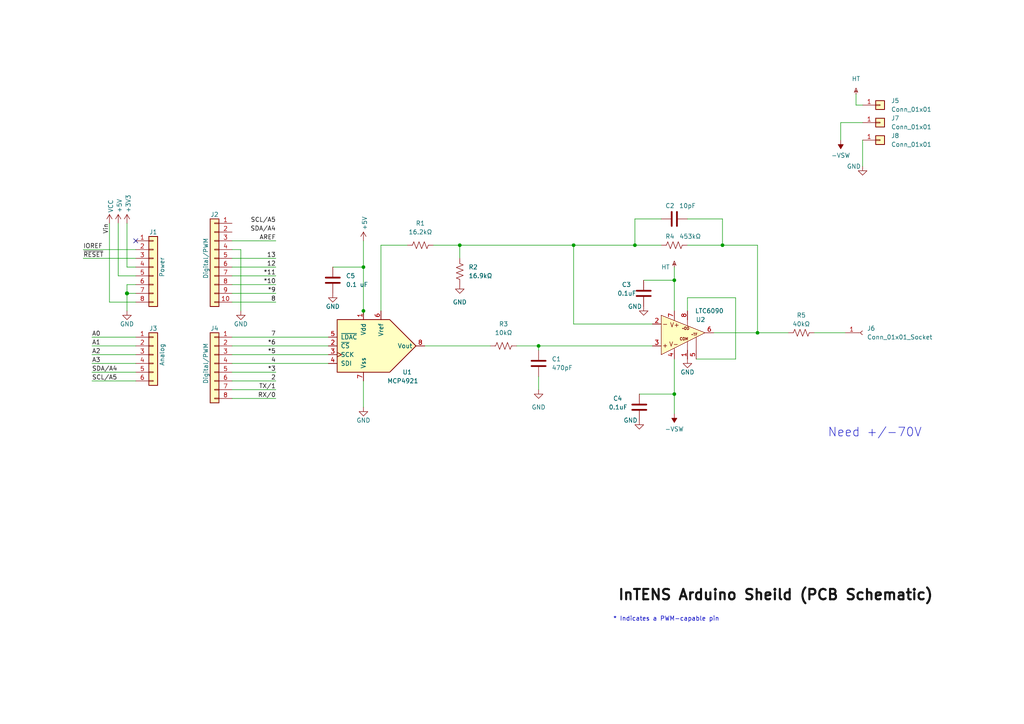
<source format=kicad_sch>
(kicad_sch (version 20230121) (generator eeschema)
  (paper "A4")
  (title_block (date "mar. 31 mars 2015"))
  (lib_symbols
    (symbol "Analog_DAC:MCP4921" (pin_names (offset 1.016))
      (property "Reference" "U" (at 6.35 10.795 0))
      (property "Value" "MCP4921" (at 6.35 8.89 0))
      (symbol "MCP4921_0_0"
        (polyline (pts (xy 15.24 0) (xy 7.62 7.62) (xy -7.62 7.62) (xy -7.62 -7.62) (xy 7.62 -7.62) (xy 15.24 0)) (stroke (width 0.254)) (fill (type background)))
      )
      (symbol "MCP4921_1_1"
        (pin power_in line (at 0 10.16 270) (length 2.54) (name "Vdd") (number "1"))
        (pin input line (at -10.16 0 0) (length 2.54) (name "~{CS}") (number "2"))
        (pin input clock (at -10.16 -2.54 0) (length 2.54) (name "SCK") (number "3"))
        (pin input line (at -10.16 -5.08 0) (length 2.54) (name "SDI") (number "4"))
        (pin input line (at -10.16 2.54 0) (length 2.54) (name "~{LDAC}") (number "5"))
        (pin power_in line (at 5.08 10.16 270) (length 2.54) (name "Vref") (number "6"))
        (pin power_in line (at 0 -10.16 90) (length 2.54) (name "Vss") (number "7"))
        (pin output line (at 17.78 0 180) (length 2.54) (name "Vout") (number "8"))
      )
    )
    (symbol "Connector:Conn_01x01_Socket" (pin_names (offset 1.016) hide)
      (property "Reference" "J" (at 0 2.54 0))
      (property "Value" "Conn_01x01_Socket" (at 0 -2.54 0))
      (symbol "Conn_01x01_Socket_1_1"
        (polyline (pts (xy -1.27 0) (xy -0.508 0)) (stroke (width 0.1524)))
        (arc (start 0 0.508) (mid -0.5058 0) (end 0 -0.508) (stroke (width 0.1524)))
        (pin passive line (at -5.08 0 0) (length 3.81) (name "Pin_1") (number "1"))
      )
    )
    (symbol "Connector_Generic:Conn_01x01" (pin_names (offset 1.016) hide)
      (property "Reference" "J" (at 0 2.54 0))
      (property "Value" "Conn_01x01" (at 0 -2.54 0))
      (symbol "Conn_01x01_1_1"
        (rectangle (start -1.27 0.127) (end 0 -0.127) (stroke (width 0.1524)))
        (rectangle (start -1.27 1.27) (end 1.27 -1.27) (stroke (width 0.254)) (fill (type background)))
        (pin passive line (at -5.08 0 0) (length 3.81) (name "Pin_1") (number "1"))
      )
    )
    (symbol "Connector_Generic:Conn_01x06" (pin_names (offset 1.016) hide)
      (property "Reference" "J" (at 0 7.62 0))
      (property "Value" "Conn_01x06" (at 0 -10.16 0))
      (symbol "Conn_01x06_1_1"
        (rectangle (start -1.27 -7.493) (end 0 -7.747) (stroke (width 0.1524)))
        (rectangle (start -1.27 -4.953) (end 0 -5.207) (stroke (width 0.1524)))
        (rectangle (start -1.27 -2.413) (end 0 -2.667) (stroke (width 0.1524)))
        (rectangle (start -1.27 0.127) (end 0 -0.127) (stroke (width 0.1524)))
        (rectangle (start -1.27 2.667) (end 0 2.413) (stroke (width 0.1524)))
        (rectangle (start -1.27 5.207) (end 0 4.953) (stroke (width 0.1524)))
        (rectangle (start -1.27 6.35) (end 1.27 -8.89) (stroke (width 0.254)) (fill (type background)))
        (pin passive line (at -5.08 5.08 0) (length 3.81) (name "Pin_1") (number "1"))
        (pin passive line (at -5.08 2.54 0) (length 3.81) (name "Pin_2") (number "2"))
        (pin passive line (at -5.08 0 0) (length 3.81) (name "Pin_3") (number "3"))
        (pin passive line (at -5.08 -2.54 0) (length 3.81) (name "Pin_4") (number "4"))
        (pin passive line (at -5.08 -5.08 0) (length 3.81) (name "Pin_5") (number "5"))
        (pin passive line (at -5.08 -7.62 0) (length 3.81) (name "Pin_6") (number "6"))
      )
    )
    (symbol "Connector_Generic:Conn_01x08" (pin_names (offset 1.016) hide)
      (property "Reference" "J" (at 0 10.16 0))
      (property "Value" "Conn_01x08" (at 0 -12.7 0))
      (symbol "Conn_01x08_1_1"
        (rectangle (start -1.27 -10.033) (end 0 -10.287) (stroke (width 0.1524)))
        (rectangle (start -1.27 -7.493) (end 0 -7.747) (stroke (width 0.1524)))
        (rectangle (start -1.27 -4.953) (end 0 -5.207) (stroke (width 0.1524)))
        (rectangle (start -1.27 -2.413) (end 0 -2.667) (stroke (width 0.1524)))
        (rectangle (start -1.27 0.127) (end 0 -0.127) (stroke (width 0.1524)))
        (rectangle (start -1.27 2.667) (end 0 2.413) (stroke (width 0.1524)))
        (rectangle (start -1.27 5.207) (end 0 4.953) (stroke (width 0.1524)))
        (rectangle (start -1.27 7.747) (end 0 7.493) (stroke (width 0.1524)))
        (rectangle (start -1.27 8.89) (end 1.27 -11.43) (stroke (width 0.254)) (fill (type background)))
        (pin passive line (at -5.08 7.62 0) (length 3.81) (name "Pin_1") (number "1"))
        (pin passive line (at -5.08 5.08 0) (length 3.81) (name "Pin_2") (number "2"))
        (pin passive line (at -5.08 2.54 0) (length 3.81) (name "Pin_3") (number "3"))
        (pin passive line (at -5.08 0 0) (length 3.81) (name "Pin_4") (number "4"))
        (pin passive line (at -5.08 -2.54 0) (length 3.81) (name "Pin_5") (number "5"))
        (pin passive line (at -5.08 -5.08 0) (length 3.81) (name "Pin_6") (number "6"))
        (pin passive line (at -5.08 -7.62 0) (length 3.81) (name "Pin_7") (number "7"))
        (pin passive line (at -5.08 -10.16 0) (length 3.81) (name "Pin_8") (number "8"))
      )
    )
    (symbol "Connector_Generic:Conn_01x10" (pin_names (offset 1.016) hide)
      (property "Reference" "J" (at 0 12.7 0))
      (property "Value" "Conn_01x10" (at 0 -15.24 0))
      (symbol "Conn_01x10_1_1"
        (rectangle (start -1.27 -12.573) (end 0 -12.827) (stroke (width 0.1524)))
        (rectangle (start -1.27 -10.033) (end 0 -10.287) (stroke (width 0.1524)))
        (rectangle (start -1.27 -7.493) (end 0 -7.747) (stroke (width 0.1524)))
        (rectangle (start -1.27 -4.953) (end 0 -5.207) (stroke (width 0.1524)))
        (rectangle (start -1.27 -2.413) (end 0 -2.667) (stroke (width 0.1524)))
        (rectangle (start -1.27 0.127) (end 0 -0.127) (stroke (width 0.1524)))
        (rectangle (start -1.27 2.667) (end 0 2.413) (stroke (width 0.1524)))
        (rectangle (start -1.27 5.207) (end 0 4.953) (stroke (width 0.1524)))
        (rectangle (start -1.27 7.747) (end 0 7.493) (stroke (width 0.1524)))
        (rectangle (start -1.27 10.287) (end 0 10.033) (stroke (width 0.1524)))
        (rectangle (start -1.27 11.43) (end 1.27 -13.97) (stroke (width 0.254)) (fill (type background)))
        (pin passive line (at -5.08 10.16 0) (length 3.81) (name "Pin_1") (number "1"))
        (pin passive line (at -5.08 -12.7 0) (length 3.81) (name "Pin_10") (number "10"))
        (pin passive line (at -5.08 7.62 0) (length 3.81) (name "Pin_2") (number "2"))
        (pin passive line (at -5.08 5.08 0) (length 3.81) (name "Pin_3") (number "3"))
        (pin passive line (at -5.08 2.54 0) (length 3.81) (name "Pin_4") (number "4"))
        (pin passive line (at -5.08 0 0) (length 3.81) (name "Pin_5") (number "5"))
        (pin passive line (at -5.08 -2.54 0) (length 3.81) (name "Pin_6") (number "6"))
        (pin passive line (at -5.08 -5.08 0) (length 3.81) (name "Pin_7") (number "7"))
        (pin passive line (at -5.08 -7.62 0) (length 3.81) (name "Pin_8") (number "8"))
        (pin passive line (at -5.08 -10.16 0) (length 3.81) (name "Pin_9") (number "9"))
      )
    )
    (symbol "Device:C" (pin_numbers hide) (pin_names (offset 0.254))
      (property "Reference" "C" (at 0.635 2.54 0))
      (property "Value" "C" (at 0.635 -2.54 0))
      (symbol "C_0_1"
        (polyline (pts (xy -2.032 -0.762) (xy 2.032 -0.762)) (stroke (width 0.508)))
        (polyline (pts (xy -2.032 0.762) (xy 2.032 0.762)) (stroke (width 0.508)))
      )
      (symbol "C_1_1"
        (pin passive line (at 0 3.81 270) (length 2.794) (name "~") (number "1"))
        (pin passive line (at 0 -3.81 90) (length 2.794) (name "~") (number "2"))
      )
    )
    (symbol "Device:R_US" (pin_numbers hide) (pin_names (offset 0))
      (property "Reference" "R" (at 2.54 0 90))
      (property "Value" "R_US" (at -2.54 0 90))
      (symbol "R_US_0_1"
        (polyline (pts (xy 0 -2.286) (xy 0 -2.54)))
        (polyline (pts (xy 0 2.286) (xy 0 2.54)))
        (polyline (pts (xy 0 -0.762) (xy 1.016 -1.143) (xy 0 -1.524) (xy -1.016 -1.905) (xy 0 -2.286)))
        (polyline (pts (xy 0 0.762) (xy 1.016 0.381) (xy 0 0) (xy -1.016 -0.381) (xy 0 -0.762)))
        (polyline (pts (xy 0 2.286) (xy 1.016 1.905) (xy 0 1.524) (xy -1.016 1.143) (xy 0 0.762)))
      )
      (symbol "R_US_1_1"
        (pin passive line (at 0 3.81 270) (length 1.27) (name "~") (number "1"))
        (pin passive line (at 0 -3.81 90) (length 1.27) (name "~") (number "2"))
      )
    )
    (symbol "my_opamp:LTC6090"
      (property "Reference" "U" (at 14.478 2.794 0))
      (symbol "LTC6090_1_1"
        (polyline (pts (xy 6.35 -7.62) (xy 6.35 -7.112)))
        (polyline (pts (xy 6.35 1.27) (xy 6.35 1.016)))
        (polyline (pts (xy 10.16 -7.62) (xy 10.16 -5.08)))
        (polyline (pts (xy 10.16 1.27) (xy 10.16 -0.508)))
        (polyline (pts (xy 12.7 -7.62) (xy 12.7 -3.81)))
        (polyline (pts (xy 2.54 2.54) (xy 2.54 -8.89) (xy 15.24 -2.54) (xy 2.54 2.54)) (fill (type background)))
        (text "+" (at 3.683 -6.223 0) (effects (font (size 1.27 1.27))))
        (text "-" (at 3.683 0 0) (effects (font (size 1.27 1.27))))
        (text "COM" (at 9.144 -4.318 0) (effects (font (size 0.762 0.762))))
        (text "V+" (at 6.477 -0.254 0) (effects (font (size 1.27 1.27))))
        (text "V-" (at 6.223 -5.842 0) (effects (font (size 1.27 1.27))))
        (text "~OD" (at 9.652 -1.27 0) (effects (font (size 0.762 0.762))))
        (text "~TF" (at 12.192 -3.048 0) (effects (font (size 0.762 0.762))))
        (pin passive line (at 10.16 -10.16 90) (length 2.54) (name "~") (number "1"))
        (pin passive line (at 0 0 0) (length 2.54) (name "~") (number "2"))
        (pin passive line (at 0 -6.35 0) (length 2.54) (name "~") (number "3"))
        (pin passive line (at 6.35 -10.16 90) (length 2.54) (name "~") (number "4"))
        (pin passive line (at 12.7 -10.16 90) (length 2.54) (name "~") (number "5"))
        (pin passive line (at 17.78 -2.54 180) (length 2.54) (name "~") (number "6"))
        (pin passive line (at 6.35 3.81 270) (length 2.54) (name "~") (number "7"))
        (pin passive line (at 10.16 3.81 270) (length 2.54) (name "~") (number "8"))
      )
    )
    (symbol "power:+3V3" (power) (pin_names (offset 0))
      (property "Value" "+3V3" (at 0 3.556 0))
      (symbol "+3V3_0_1"
        (polyline (pts (xy -0.762 1.27) (xy 0 2.54)))
        (polyline (pts (xy 0 0) (xy 0 2.54)))
        (polyline (pts (xy 0 2.54) (xy 0.762 1.27)))
      )
      (symbol "+3V3_1_1"
        (pin power_in line (at 0 0 90) (length 0) hide (name "+3V3") (number "1"))
      )
    )
    (symbol "power:+5V" (power) (pin_names (offset 0))
      (property "Value" "+5V" (at 0 3.556 0))
      (symbol "+5V_0_1"
        (polyline (pts (xy -0.762 1.27) (xy 0 2.54)))
        (polyline (pts (xy 0 0) (xy 0 2.54)))
        (polyline (pts (xy 0 2.54) (xy 0.762 1.27)))
      )
      (symbol "+5V_1_1"
        (pin power_in line (at 0 0 90) (length 0) hide (name "+5V") (number "1"))
      )
    )
    (symbol "power:-VSW" (power) (pin_names (offset 0))
      (property "Value" "-VSW" (at 0 3.81 0))
      (symbol "-VSW_0_0"
        (pin power_in line (at 0 0 90) (length 0) hide (name "-VSW") (number "1"))
      )
      (symbol "-VSW_0_1"
        (polyline (pts (xy 0 0) (xy 0 1.27) (xy 0.762 1.27) (xy 0 2.54) (xy -0.762 1.27) (xy 0 1.27)) (fill (type outline)))
      )
    )
    (symbol "power:GND" (power) (pin_names (offset 0))
      (property "Value" "GND" (at 0 -3.81 0))
      (symbol "GND_0_1"
        (polyline (pts (xy 0 0) (xy 0 -1.27) (xy 1.27 -1.27) (xy 0 -2.54) (xy -1.27 -1.27) (xy 0 -1.27)))
      )
      (symbol "GND_1_1"
        (pin power_in line (at 0 0 270) (length 0) hide (name "GND") (number "1"))
      )
    )
    (symbol "power:HT" (power) (pin_names (offset 0))
      (property "Value" "HT" (at 0 2.286 0))
      (symbol "HT_0_0"
        (pin power_in line (at 0 0 90) (length 0) hide (name "HT") (number "1"))
      )
      (symbol "HT_0_1"
        (polyline (pts (xy 0 0) (xy 0 1.016) (xy 0 1.016)))
        (polyline (pts (xy 0 1.016) (xy 0.508 0.508) (xy 0 1.778) (xy -0.508 0.508) (xy 0 1.016) (xy 0 1.016)))
      )
    )
    (symbol "power:VCC" (power) (pin_names (offset 0))
      (property "Value" "VCC" (at 0 3.81 0))
      (symbol "VCC_0_1"
        (polyline (pts (xy -0.762 1.27) (xy 0 2.54)))
        (polyline (pts (xy 0 0) (xy 0 2.54)))
        (polyline (pts (xy 0 2.54) (xy 0.762 1.27)))
      )
      (symbol "VCC_1_1"
        (pin power_in line (at 0 0 90) (length 0) hide (name "VCC") (number "1"))
      )
    )
  )
  (junction (at 133.35 71.12))
  (junction (at 105.41 90.17))
  (junction (at 105.41 77.47))
  (junction (at 209.55 71.12))
  (junction (at 36.83 85.09) (diameter 1.016))
  (junction (at 166.37 71.12))
  (junction (at 195.58 114.3))
  (junction (at 195.58 81.28))
  (junction (at 184.15 71.12))
  (junction (at 156.21 100.33))
  (junction (at 219.71 96.52))
  (no_connect (at 39.37 69.85))
  (wire (pts (xy 67.31 115.57) (xy 80.01 115.57)))
  (wire (pts (xy 219.71 71.12) (xy 219.71 96.52)))
  (wire (pts (xy 243.84 40.64) (xy 243.84 35.56)))
  (wire (pts (xy 195.58 104.14) (xy 195.58 114.3)))
  (wire (pts (xy 166.37 71.12) (xy 184.15 71.12)))
  (wire (pts (xy 105.41 69.85) (xy 105.41 77.47)))
  (wire (pts (xy 133.35 71.12) (xy 166.37 71.12)))
  (wire (pts (xy 36.83 82.55) (xy 36.83 85.09)))
  (wire (pts (xy 105.41 90.17) (xy 105.41 91.44)))
  (wire (pts (xy 26.67 110.49) (xy 39.37 110.49)))
  (wire (pts (xy 184.15 63.5) (xy 184.15 71.12)))
  (wire (pts (xy 67.31 100.33) (xy 95.25 100.33)))
  (wire (pts (xy 36.83 85.09) (xy 36.83 90.17)))
  (wire (pts (xy 36.83 77.47) (xy 39.37 77.47)))
  (wire (pts (xy 34.29 80.01) (xy 39.37 80.01)))
  (wire (pts (xy 34.29 64.77) (xy 34.29 80.01)))
  (wire (pts (xy 195.58 81.28) (xy 186.69 81.28)))
  (wire (pts (xy 166.37 71.12) (xy 166.37 93.98)))
  (wire (pts (xy 67.31 102.87) (xy 95.25 102.87)))
  (wire (pts (xy 67.31 74.93) (xy 80.01 74.93)))
  (wire (pts (xy 36.83 64.77) (xy 36.83 77.47)))
  (wire (pts (xy 213.36 104.14) (xy 201.93 104.14)))
  (wire (pts (xy 195.58 77.47) (xy 195.58 81.28)))
  (wire (pts (xy 39.37 97.79) (xy 26.67 97.79)))
  (wire (pts (xy 219.71 96.52) (xy 228.6 96.52)))
  (wire (pts (xy 67.31 77.47) (xy 80.01 77.47)))
  (wire (pts (xy 248.285 27.305) (xy 248.285 30.48)))
  (wire (pts (xy 199.39 86.36) (xy 213.36 86.36)))
  (wire (pts (xy 195.58 81.28) (xy 195.58 90.17)))
  (wire (pts (xy 67.31 87.63) (xy 80.01 87.63)))
  (wire (pts (xy 67.31 80.01) (xy 80.01 80.01)))
  (wire (pts (xy 209.55 71.12) (xy 219.71 71.12)))
  (wire (pts (xy 24.13 72.39) (xy 39.37 72.39)))
  (wire (pts (xy 118.11 71.12) (xy 110.49 71.12)))
  (wire (pts (xy 199.39 71.12) (xy 209.55 71.12)))
  (wire (pts (xy 243.84 35.56) (xy 250.19 35.56)))
  (wire (pts (xy 69.85 72.39) (xy 69.85 90.17)))
  (wire (pts (xy 67.31 69.85) (xy 80.01 69.85)))
  (wire (pts (xy 185.42 114.3) (xy 195.58 114.3)))
  (wire (pts (xy 39.37 102.87) (xy 26.67 102.87)))
  (wire (pts (xy 24.13 74.93) (xy 39.37 74.93)))
  (wire (pts (xy 39.37 85.09) (xy 36.83 85.09)))
  (wire (pts (xy 67.31 82.55) (xy 80.01 82.55)))
  (wire (pts (xy 149.86 100.33) (xy 156.21 100.33)))
  (wire (pts (xy 199.39 86.36) (xy 199.39 90.17)))
  (wire (pts (xy 39.37 87.63) (xy 31.75 87.63)))
  (wire (pts (xy 26.67 100.33) (xy 39.37 100.33)))
  (wire (pts (xy 96.52 77.47) (xy 105.41 77.47)))
  (wire (pts (xy 67.31 97.79) (xy 95.25 97.79)))
  (wire (pts (xy 236.22 96.52) (xy 245.11 96.52)))
  (wire (pts (xy 195.58 114.3) (xy 195.58 120.015)))
  (wire (pts (xy 67.31 85.09) (xy 80.01 85.09)))
  (wire (pts (xy 250.19 40.64) (xy 250.19 48.26)))
  (wire (pts (xy 67.31 72.39) (xy 69.85 72.39)))
  (wire (pts (xy 39.37 82.55) (xy 36.83 82.55)))
  (wire (pts (xy 207.01 96.52) (xy 219.71 96.52)))
  (wire (pts (xy 209.55 63.5) (xy 209.55 71.12)))
  (wire (pts (xy 156.21 100.33) (xy 189.23 100.33)))
  (wire (pts (xy 125.73 71.12) (xy 133.35 71.12)))
  (wire (pts (xy 213.36 86.36) (xy 213.36 104.14)))
  (wire (pts (xy 209.55 63.5) (xy 199.39 63.5)))
  (wire (pts (xy 26.67 105.41) (xy 39.37 105.41)))
  (wire (pts (xy 105.41 110.49) (xy 105.41 118.11)))
  (wire (pts (xy 248.285 30.48) (xy 250.19 30.48)))
  (wire (pts (xy 156.21 109.22) (xy 156.21 113.03)))
  (wire (pts (xy 166.37 93.98) (xy 189.23 93.98)))
  (wire (pts (xy 67.31 110.49) (xy 80.01 110.49)))
  (wire (pts (xy 67.31 107.95) (xy 80.01 107.95)))
  (wire (pts (xy 184.15 63.5) (xy 191.77 63.5)))
  (wire (pts (xy 110.49 71.12) (xy 110.49 90.17)))
  (wire (pts (xy 184.15 71.12) (xy 191.77 71.12)))
  (wire (pts (xy 67.31 105.41) (xy 95.25 105.41)))
  (wire (pts (xy 105.41 77.47) (xy 105.41 90.17)))
  (wire (pts (xy 67.31 113.03) (xy 80.01 113.03)))
  (wire (pts (xy 31.75 87.63) (xy 31.75 64.77)))
  (wire (pts (xy 39.37 107.95) (xy 26.67 107.95)))
  (wire (pts (xy 123.19 100.33) (xy 142.24 100.33)))
  (wire (pts (xy 133.35 71.12) (xy 133.35 74.93)))
  (wire (pts (xy 156.21 100.33) (xy 156.21 101.6)))
  (text "Need +/-70V" (at 240.03 127 0) (effects (font (size 2.54 2.54)) (justify left bottom)))
  (text "* Indicates a PWM-capable pin" (at 177.8 180.34 0) (effects (font (size 1.27 1.27)) (justify left bottom)))
  (label "RX{slash}0" (at 80.01 115.57 180))
  (label "A2" (at 26.67 102.87 0))
  (label "4" (at 80.01 105.41 180))
  (label "2" (at 80.01 110.49 180))
  (label "A3" (at 26.67 105.41 0))
  (label "13" (at 80.01 74.93 180))
  (label "12" (at 80.01 77.47 180))
  (label "~{RESET}" (at 24.13 74.93 0))
  (label "*10" (at 80.01 82.55 180))
  (label "InTENS Arduino Sheild (PCB Schematic)" (at 179.07 175.26 0) (effects (font (size 3 3) (thickness 0.6) bold)))
  (label "7" (at 80.01 97.79 180))
  (label "SDA{slash}A4" (at 80.01 67.31 180))
  (label "8" (at 80.01 87.63 180))
  (label "*11" (at 80.01 80.01 180))
  (label "*3" (at 80.01 107.95 180))
  (label "A1" (at 26.67 100.33 0))
  (label "TX{slash}1" (at 80.01 113.03 180))
  (label "A0" (at 26.67 97.79 0))
  (label "AREF" (at 80.01 69.85 180))
  (label "Vin" (at 31.75 64.77 270))
  (label "*6" (at 80.01 100.33 180))
  (label "SCL{slash}A5" (at 80.01 64.77 180))
  (label "*9" (at 80.01 85.09 180))
  (label "*5" (at 80.01 102.87 180))
  (label "IOREF" (at 24.13 72.39 0))
  (label "SDA{slash}A4" (at 26.67 107.95 0))
  (label "SCL{slash}A5" (at 26.67 110.49 0))
  (symbol (lib_id "Connector_Generic:Conn_01x08") (at 44.45 77.47 0) (unit 1)
    (property "Reference" "J1" (at 44.45 67.31 0))
    (property "Value" "Power" (at 46.99 77.47 90))
    (property "Footprint" "Connector_PinSocket_2.54mm:PinSocket_1x08_P2.54mm_Vertical" (effects hide))
  )
  (symbol (lib_id "power:+3V3") (at 36.83 64.77 0) (unit 1)
    (property "Reference" "#PWR03" (effects hide))
    (property "Value" "+3.3V" (at 37.211 61.722 90) (effects (justify left)))
  )
  (symbol (lib_id "power:+5V") (at 34.29 64.77 0) (unit 1)
    (property "Reference" "#PWR02" (effects hide))
    (property "Value" "+5V" (at 34.6456 61.722 90) (effects (justify left)))
  )
  (symbol (lib_id "power:GND") (at 36.83 90.17 0) (unit 1)
    (property "Reference" "#PWR04" (effects hide))
    (property "Value" "GND" (at 36.83 93.98 0))
  )
  (symbol (lib_id "Connector_Generic:Conn_01x10") (at 62.23 74.93 0) (mirror y) (unit 1)
    (property "Reference" "J2" (at 62.23 62.23 0))
    (property "Value" "Digital/PWM" (at 59.69 74.93 90))
    (property "Footprint" "Connector_PinSocket_2.54mm:PinSocket_1x10_P2.54mm_Vertical" (effects hide))
  )
  (symbol (lib_id "power:GND") (at 69.85 90.17 0) (unit 1)
    (property "Reference" "#PWR05" (effects hide))
    (property "Value" "GND" (at 69.85 93.98 0))
  )
  (symbol (lib_id "Connector_Generic:Conn_01x06") (at 44.45 102.87 0) (unit 1)
    (property "Reference" "J3" (at 44.45 95.25 0))
    (property "Value" "Analog" (at 46.99 102.87 90))
    (property "Footprint" "Connector_PinSocket_2.54mm:PinSocket_1x06_P2.54mm_Vertical" (effects hide))
  )
  (symbol (lib_id "Connector_Generic:Conn_01x08") (at 62.23 105.41 0) (mirror y) (unit 1)
    (property "Reference" "J4" (at 62.23 95.25 0))
    (property "Value" "Digital/PWM" (at 59.69 105.41 90))
    (property "Footprint" "Connector_PinSocket_2.54mm:PinSocket_1x08_P2.54mm_Vertical" (effects hide))
  )
  (symbol (lib_id "power:+5V") (at 105.41 69.85 0) (unit 1)
    (property "Reference" "#PWR07" (effects hide))
    (property "Value" "+5V" (at 105.7656 66.802 90) (effects (justify left)))
  )
  (symbol (lib_id "Connector_Generic:Conn_01x01") (at 255.27 30.48 0) (unit 1)
    (property "Reference" "J5" (at 258.445 29.21 0) (effects (justify left)))
    (property "Value" "Conn_01x01" (at 258.445 31.75 0) (effects (justify left)))
    (property "Footprint" "Connector_Pin:Pin_D1.0mm_L10.0mm" (effects hide))
  )
  (symbol (lib_id "power:GND") (at 105.41 118.11 0) (unit 1)
    (property "Reference" "#PWR09" (effects hide))
    (property "Value" "GND" (at 105.41 121.92 0))
  )
  (symbol (lib_id "Device:C") (at 156.21 105.41 0) (unit 1)
    (property "Reference" "C1" (at 160.02 104.14 0) (effects (justify left)))
    (property "Value" "470pF" (at 160.02 106.68 0) (effects (justify left)))
    (property "Footprint" "Capacitor_SMD:C_1206_3216Metric_Pad1.33x1.80mm_HandSolder" (effects hide))
  )
  (symbol (lib_id "Connector_Generic:Conn_01x01") (at 255.27 40.64 0) (unit 1)
    (property "Reference" "J8" (at 258.445 39.37 0) (effects (justify left)))
    (property "Value" "Conn_01x01" (at 258.445 41.91 0) (effects (justify left)))
    (property "Footprint" "Connector_Pin:Pin_D1.0mm_L10.0mm" (effects hide))
  )
  (symbol (lib_id "power:-VSW") (at 195.58 120.015 180) (unit 1)
    (property "Reference" "#PWR019" (effects hide))
    (property "Value" "-VSW" (at 195.58 124.46 0))
  )
  (symbol (lib_id "Device:C") (at 96.52 81.28 0) (unit 1)
    (property "Reference" "C5" (at 100.33 80.01 0) (effects (justify left)))
    (property "Value" "0.1 uF" (at 100.33 82.55 0) (effects (justify left)))
    (property "Footprint" "Capacitor_SMD:C_1206_3216Metric_Pad1.33x1.80mm_HandSolder" (effects hide))
  )
  (symbol (lib_id "power:VCC") (at 31.75 64.77 0) (unit 1)
    (property "Reference" "#PWR01" (effects hide))
    (property "Value" "VCC" (at 32.131 61.722 90) (effects (justify left)))
  )
  (symbol (lib_id "Connector:Conn_01x01_Socket") (at 250.19 96.52 0) (unit 1)
    (property "Reference" "J6" (at 251.46 95.25 0) (effects (justify left)))
    (property "Value" "Conn_01x01_Socket" (at 251.46 97.79 0) (effects (justify left)))
    (property "Footprint" "Connector_Wuerth:Wuerth_WR-WTB_64800211622_1x02_P1.50mm_Vertical" (effects hide))
  )
  (symbol (lib_id "Device:R_US") (at 195.58 71.12 90) (unit 1)
    (property "Reference" "R4" (at 194.31 68.58 90))
    (property "Value" "453kΩ " (at 200.66 68.58 90))
    (property "Footprint" "Resistor_SMD:R_1206_3216Metric_Pad1.30x1.75mm_HandSolder" (effects hide))
  )
  (symbol (lib_id "power:-VSW") (at 243.84 40.64 180) (unit 1)
    (property "Reference" "#PWR020" (effects hide))
    (property "Value" "-VSW" (at 243.84 45.085 0))
  )
  (symbol (lib_id "power:HT") (at 195.58 77.47 0) (unit 1)
    (property "Reference" "#PWR017" (effects hide))
    (property "Value" "HT" (at 193.04 77.47 0))
  )
  (symbol (lib_id "Device:R_US") (at 121.92 71.12 270) (unit 1)
    (property "Reference" "R1" (at 121.92 64.77 90))
    (property "Value" "16.2kΩ" (at 121.92 67.31 90))
    (property "Footprint" "Resistor_SMD:R_1206_3216Metric_Pad1.30x1.75mm_HandSolder" (effects hide))
  )
  (symbol (lib_id "Connector_Generic:Conn_01x01") (at 255.27 35.56 0) (unit 1)
    (property "Reference" "J7" (at 258.445 34.29 0) (effects (justify left)))
    (property "Value" "Conn_01x01" (at 258.445 36.83 0) (effects (justify left)))
    (property "Footprint" "Connector_Pin:Pin_D1.0mm_L10.0mm" (effects hide))
  )
  (symbol (lib_id "power:HT") (at 248.285 27.305 0) (unit 1)
    (property "Reference" "#PWR018" (effects hide))
    (property "Value" "HT" (at 248.285 22.86 0))
  )
  (symbol (lib_id "power:GND") (at 133.35 82.55 0) (unit 1)
    (property "Reference" "#PWR016" (effects hide))
    (property "Value" "GND" (at 133.35 87.63 0))
  )
  (symbol (lib_id "power:GND") (at 250.19 48.26 0) (unit 1)
    (property "Reference" "#PWR06" (effects hide))
    (property "Value" "GND" (at 247.65 48.26 0))
  )
  (symbol (lib_id "my_opamp:LTC6090") (at 189.23 93.98 0) (unit 1)
    (property "Reference" "U2" (at 203.2 92.71 0))
    (property "Value" "LTC6090" (at 205.74 90.17 0))
    (property "Footprint" "Package_SO:SOIC-8-1EP_3.9x4.9mm_P1.27mm_EP2.29x3mm" (effects hide))
  )
  (symbol (lib_id "Device:C") (at 186.69 85.09 0) (unit 1)
    (property "Reference" "C3" (at 180.34 82.55 0) (effects (justify left)))
    (property "Value" "0.1uF" (at 179.07 85.09 0) (effects (justify left)))
    (property "Footprint" "Capacitor_SMD:C_1206_3216Metric_Pad1.33x1.80mm_HandSolder" (effects hide))
  )
  (symbol (lib_id "power:GND") (at 96.52 85.09 0) (unit 1)
    (property "Reference" "#PWR011" (effects hide))
    (property "Value" "GND" (at 96.52 88.9 0))
  )
  (symbol (lib_id "power:GND") (at 186.69 88.9 0) (unit 1)
    (property "Reference" "#PWR08" (effects hide))
    (property "Value" "GND" (at 184.15 88.9 0))
  )
  (symbol (lib_id "Device:C") (at 185.42 118.11 0) (unit 1)
    (property "Reference" "C4" (at 177.8 115.57 0) (effects (justify left)))
    (property "Value" "0.1uF" (at 176.53 118.11 0) (effects (justify left)))
    (property "Footprint" "Capacitor_SMD:C_1206_3216Metric_Pad1.33x1.80mm_HandSolder" (effects hide))
  )
  (symbol (lib_id "Device:C") (at 195.58 63.5 90) (unit 1)
    (property "Reference" "C2" (at 194.31 59.69 90))
    (property "Value" "10pF" (at 199.39 59.69 90))
    (property "Footprint" "Capacitor_SMD:C_1206_3216Metric_Pad1.33x1.80mm_HandSolder" (effects hide))
  )
  (symbol (lib_id "Device:R_US") (at 232.41 96.52 90) (unit 1)
    (property "Reference" "R5" (at 232.41 91.44 90))
    (property "Value" "40kΩ" (at 232.41 93.98 90))
    (property "Footprint" "Resistor_SMD:R_1206_3216Metric_Pad1.30x1.75mm_HandSolder" (effects hide))
  )
  (symbol (lib_id "power:GND") (at 199.39 104.14 0) (unit 1)
    (property "Reference" "#PWR010" (effects hide))
    (property "Value" "GND" (at 199.39 107.95 0))
  )
  (symbol (lib_id "Analog_DAC:MCP4921") (at 105.41 100.33 0) (unit 1)
    (property "Reference" "U1" (at 118.11 107.95 0))
    (property "Value" "MCP4921" (at 116.84 110.49 0))
    (property "Footprint" "MCP4921_Mouser:DIP781W56P254L950H533Q8N" (effects hide))
    (property "Datasheet" "http://ww1.microchip.com/downloads/en/DeviceDoc/22248a.pdf" (effects hide))
  )
  (symbol (lib_id "power:GND") (at 185.42 121.92 0) (unit 1)
    (property "Reference" "#PWR021" (effects hide))
    (property "Value" "GND" (at 182.88 121.92 0))
  )
  (symbol (lib_id "Device:R_US") (at 133.35 78.74 180) (unit 1)
    (property "Reference" "R2" (at 135.89 77.47 0) (effects (justify right)))
    (property "Value" "16.9kΩ" (at 135.89 80.01 0) (effects (justify right)))
    (property "Footprint" "Resistor_SMD:R_1206_3216Metric_Pad1.30x1.75mm_HandSolder" (effects hide))
  )
  (symbol (lib_id "Device:R_US") (at 146.05 100.33 90) (unit 1)
    (property "Reference" "R3" (at 146.05 93.98 90))
    (property "Value" "10kΩ" (at 146.05 96.52 90))
    (property "Footprint" "Resistor_SMD:R_1206_3216Metric_Pad1.30x1.75mm_HandSolder" (effects hide))
  )
  (symbol (lib_id "power:GND") (at 156.21 113.03 0) (unit 1)
    (property "Reference" "#PWR014" (effects hide))
    (property "Value" "GND" (at 156.21 118.11 0))
  )
)
</source>
